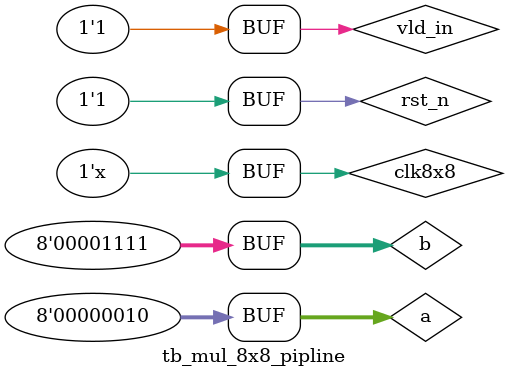
<source format=v>
module tb_mul_8x8_pipline;

localparam T8 = 5;

reg clk8x8,rst_n;
reg vld_in;

reg [7:0] a, b;
wire [15:0] dout;
wire vld_out;


initial begin
    clk8x8 = 0;
    rst_n = 1;
    vld_in = 0;
    a = 8'b0000_0010;
    b = 8'b0000_1111;

    #10 rst_n = 0;
    #10 rst_n = 1;
    vld_in = 1;
end

always #(T8/2) clk8x8 = ~clk8x8;

mul_8x8_pipline  a1(

    .clk_mul8x8(clk8x8),
    .rst_n(rst_n),
    .a(a),
    .b(b),

    .dout(dout)
 
    );



endmodule 

// vlog .\tb_mul_8x8_pipline.v  ..\..\VerilogRTL\041Multiplication\mul_8x8_pipline.v
// vsim .\tb_mul_8x8_pipline.v 
</source>
